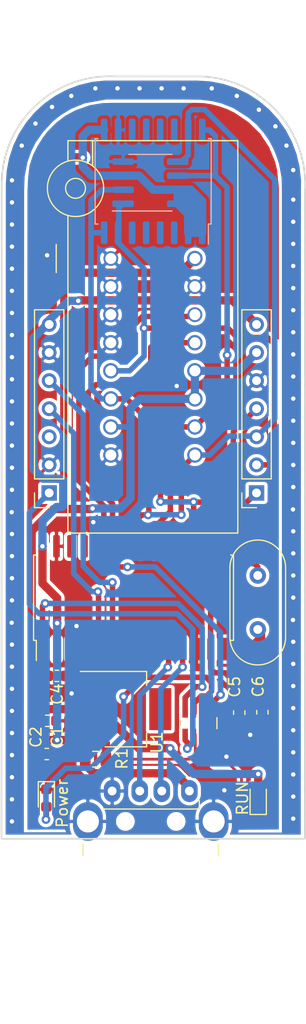
<source format=kicad_pcb>
(kicad_pcb (version 20171130) (host pcbnew 5.1.6)
  (layers (0 F.Cu signal) (31 B.Cu signal) (34 B.Paste user) (35 F.Paste user) (36 B.SilkS user) (37 F.SilkS user) (38 B.Mask user) (39 F.Mask user) (44 Edge.Cuts user))
  (net 0 "")
  (net 1 Earth)
  (net 2 /3V3)
  (net 3 /5V)
  (net 4 "Net-(C5-Pad1)")
  (net 5 "Net-(C6-Pad1)")
  (net 6 "Net-(D1-Pad2)")
  (net 7 "Net-(D2-Pad1)")
  (net 8 "Net-(J1-Pad2)")
  (net 9 "Net-(J1-Pad3)")
  (net 10 "Net-(J1-Pad1)")
  (net 11 /1)
  (net 12 /3)
  (net 13 /TXD)
  (net 14 /RXD)
  (net 15 /SCL)
  (net 16 /SDA)
  (net 17 /CS)
  (net 18 /MISO)
  (net 19 /CLK)
  (net 20 /MOSI)
  (net 21 "Net-(U2-Pad2)")
  (net 22 "Net-(U2-Pad3)")
  (net 23 "Net-(U2-Pad4)")
  (net 24 "Net-(U2-Pad7)")
  (net 25 "Net-(U2-Pad8)")
  (net 26 "Net-(U2-Pad16)")
  (net 27 "Net-(U2-Pad17)")
  (net 28 "Net-(U2-Pad19)")
  (net 29 "Net-(U2-Pad21)")
  (net 30 "Net-(U2-Pad25)")
  (net 31 "Net-(U2-Pad26)")
  (net 32 "Net-(RN1-Pad4)")
  (net 33 "Net-(U3-Pad3)")
  (net 34 "Net-(U3-Pad4)")
  (net 35 "Net-(U3-Pad5)")
  (net 36 "Net-(U3-Pad6)")
  (net 37 "Net-(U3-Pad11)")
  (net 38 "Net-(U3-Pad12)")
  (net 39 "Net-(U3-Pad13)")
  (net 40 "Net-(U3-Pad14)")
  (net 41 "Net-(C4-Pad1)")
  (module Capacitor_SMD:C_0603_1608Metric (layer F.Cu) (at 96.2152 99.187 180)
    (fp_text reference C4 (at -0.0254 -1.651 90) (layer F.SilkS))
    (fp_text value 472 hide)
    (pad 1 smd roundrect (at -0.7875 0 180) (size 0.875 0.95) (layers F.Cu F.Paste F.Mask) (net 41 "Net-(C4-Pad1)"))
    (pad 2 smd roundrect (at 0.7875 0 180) (size 0.875 0.95) (layers F.Cu F.Paste F.Mask) (net 1 Earth))
  )
  (module Capacitor_SMD:C_0603_1608Metric (layer F.Cu) (at 95.3517 103.251)
    (fp_text reference C2 (at -1.0415 1.4732 90) (layer F.SilkS))
    (fp_text value 104 hide)
    (pad 1 smd roundrect (at -0.7875 0) (size 0.875 0.95) (layers F.Cu F.Paste F.Mask) (net 2 /3V3))
    (pad 2 smd roundrect (at 0.7875 0) (size 0.875 0.95) (layers F.Cu F.Paste F.Mask) (net 1 Earth))
  )
  (module Capacitor_SMD:C_0603_1608Metric (layer F.Cu) (at 95.3007 106.259)
    (fp_text reference C1 (at 0.9399 -1.5856 90) (layer F.SilkS))
    (fp_text value 104 hide)
    (pad 1 smd roundrect (at -0.7875 0) (size 0.875 0.95) (layers F.Cu F.Paste F.Mask) (net 3 /5V))
    (pad 2 smd roundrect (at 0.7875 0) (size 0.875 0.95) (layers F.Cu F.Paste F.Mask) (net 1 Earth))
  )
  (module Capacitor_SMD:C_0603_1608Metric (layer F.Cu) (at 112.74552 102.5145 270)
    (fp_text reference C5 (at -2.3369 0.42672 90) (layer F.SilkS))
    (fp_text value 20p hide)
    (pad 1 smd roundrect (at -0.7875 0 270) (size 0.875 0.95) (layers F.Cu F.Paste F.Mask) (net 4 "Net-(C5-Pad1)"))
    (pad 2 smd roundrect (at 0.7875 0 270) (size 0.875 0.95) (layers F.Cu F.Paste F.Mask) (net 1 Earth))
  )
  (module Capacitor_SMD:C_0603_1608Metric (layer F.Cu) (at 114.8461 102.4744 270)
    (fp_text reference C6 (at -2.3222 0.3937 90) (layer F.SilkS))
    (fp_text value 20p hide)
    (pad 2 smd roundrect (at 0.7875 0 270) (size 0.875 0.95) (layers F.Cu F.Paste F.Mask) (net 1 Earth))
    (pad 1 smd roundrect (at -0.7875 0 270) (size 0.875 0.95) (layers F.Cu F.Paste F.Mask) (net 5 "Net-(C6-Pad1)"))
  )
  (module LED_SMD:LED_0603_1608Metric (layer F.Cu) (at 95.2627 110.24108 270)
    (fp_text reference D1 hide)
    (fp_text value Power (at 0.47752 -1.4351 90) (layer F.SilkS))
    (pad 1 smd roundrect (at -0.7875 0 270) (size 0.875 0.95) (layers F.Cu F.Paste F.Mask) (net 1 Earth))
    (pad 2 smd roundrect (at 0.7875 0 270) (size 0.875 0.95) (layers F.Cu F.Paste F.Mask) (net 6 "Net-(D1-Pad2)"))
  )
  (module LED_SMD:LED_0603_1608Metric (layer F.Cu) (at 114.46256 110.24108 90)
    (fp_text reference D2 hide)
    (fp_text value RUN (at -0.02032 -1.43256 90) (layer F.SilkS))
    (pad 2 smd roundrect (at 0.7875 0 90) (size 0.875 0.95) (layers F.Cu F.Paste F.Mask) (net 2 /3V3))
    (pad 1 smd roundrect (at -0.7875 0 90) (size 0.875 0.95) (layers F.Cu F.Paste F.Mask) (net 7 "Net-(D2-Pad1)"))
  )
  (module Connector_PinSocket_2.54mm:PinSocket_1x07_P2.54mm_Vertical (layer F.Cu) (at 95.5167 82.637 180)
    (fp_text reference J2 hide)
    (fp_text value Conn_01x07 hide)
    (pad 1 thru_hole rect (at 0 0 180) (size 1.4 1.4) (drill 0.8) (layers *.Cu *.Mask) (net 11 /1))
    (pad 2 thru_hole circle (at 0 2.54 180) (size 1.35 1.35) (drill 0.8) (layers *.Cu *.Mask) (net 1 Earth))
    (pad 3 thru_hole circle (at 0 5.08 180) (size 1.35 1.35) (drill 0.8) (layers *.Cu *.Mask) (net 12 /3))
    (pad 4 thru_hole circle (at 0 7.62 180) (size 1.35 1.35) (drill 0.8) (layers *.Cu *.Mask) (net 13 /TXD))
    (pad 5 thru_hole circle (at 0 10.16 180) (size 1.35 1.35) (drill 0.8) (layers *.Cu *.Mask) (net 14 /RXD))
    (pad 6 thru_hole circle (at 0 12.7 180) (size 1.35 1.35) (drill 0.8) (layers *.Cu *.Mask) (net 1 Earth))
    (pad 7 thru_hole circle (at 0 15.24 180) (size 1.35 1.35) (drill 0.8) (layers *.Cu *.Mask) (net 3 /5V))
  )
  (module Socket:DIP_Socket-16_W4.3_W5.08_W7.62_W10.16_W10.9_3M_216-3340-00-0602J (layer F.Cu) (at 101.1047 61.428)
    (fp_text reference J3 hide)
    (fp_text value ZIF-16)
    (pad 9 thru_hole circle (at 7.62 17.78) (size 1.4 1.4) (drill 1) (layers *.Cu *.Mask) (net 20 /MOSI))
    (pad 8 thru_hole circle (at 0 17.78) (size 1.4 1.4) (drill 1) (layers *.Cu *.Mask) (net 1 Earth))
    (pad 10 thru_hole circle (at 7.62 15.24) (size 1.4 1.4) (drill 1) (layers *.Cu *.Mask) (net 19 /CLK))
    (pad 7 thru_hole circle (at 0 15.24) (size 1.4 1.4) (drill 1) (layers *.Cu *.Mask) (net 2 /3V3))
    (pad 11 thru_hole circle (at 7.62 12.7) (size 1.4 1.4) (drill 1) (layers *.Cu *.Mask) (net 2 /3V3))
    (pad 6 thru_hole circle (at 0 12.7) (size 1.4 1.4) (drill 1) (layers *.Cu *.Mask) (net 18 /MISO))
    (pad 12 thru_hole circle (at 7.62 10.16) (size 1.4 1.4) (drill 1) (layers *.Cu *.Mask) (net 2 /3V3))
    (pad 5 thru_hole circle (at 0 10.16) (size 1.4 1.4) (drill 1) (layers *.Cu *.Mask) (net 17 /CS))
    (pad 13 thru_hole circle (at 7.62 7.62) (size 1.4 1.4) (drill 1) (layers *.Cu *.Mask) (net 16 /SDA))
    (pad 4 thru_hole circle (at 0 7.62) (size 1.4 1.4) (drill 1) (layers *.Cu *.Mask) (net 1 Earth))
    (pad 14 thru_hole circle (at 7.62 5.08) (size 1.35 1.35) (drill 1) (layers *.Cu *.Mask) (net 15 /SCL))
    (pad 3 thru_hole circle (at 0 5.08) (size 1.4 1.4) (drill 1) (layers *.Cu *.Mask) (net 1 Earth))
    (pad 15 thru_hole circle (at 7.62 2.54) (size 1.35 1.35) (drill 1) (layers *.Cu *.Mask) (net 1 Earth))
    (pad 2 thru_hole circle (at 0 2.54) (size 1.35 1.35) (drill 1) (layers *.Cu *.Mask) (net 1 Earth))
    (pad 16 thru_hole circle (at 7.62 0) (size 1.4 1.4) (drill 1) (layers *.Cu *.Mask) (net 2 /3V3))
    (pad 1 thru_hole circle (at 0 0) (size 1.35 1.35) (drill 1) (layers *.Cu *.Mask) (net 1 Earth))
  )
  (module Connector_PinSocket_2.54mm:PinSocket_1x07_P2.54mm_Vertical (layer F.Cu) (at 114.3127 82.637 180)
    (fp_text reference J4 hide)
    (fp_text value Conn_01x07 hide)
    (pad 7 thru_hole circle (at 0 15.24 180) (size 1.35 1.35) (drill 0.8) (layers *.Cu *.Mask) (net 3 /5V))
    (pad 6 thru_hole circle (at 0 12.7 180) (size 1.35 1.35) (drill 0.8) (layers *.Cu *.Mask) (net 2 /3V3))
    (pad 5 thru_hole circle (at 0 10.16 180) (size 1.35 1.35) (drill 0.8) (layers *.Cu *.Mask) (net 1 Earth))
    (pad 4 thru_hole circle (at 0 7.62 180) (size 1.35 1.35) (drill 0.8) (layers *.Cu *.Mask) (net 18 /MISO))
    (pad 3 thru_hole circle (at 0 5.08 180) (size 1.35 1.35) (drill 0.8) (layers *.Cu *.Mask) (net 20 /MOSI))
    (pad 2 thru_hole circle (at 0 2.54 180) (size 1.35 1.35) (drill 0.8) (layers *.Cu *.Mask) (net 17 /CS))
    (pad 1 thru_hole rect (at 0 0 180) (size 1.4 1.4) (drill 0.8) (layers *.Cu *.Mask) (net 19 /CLK))
  )
  (module Resistor_SMD:R_0805_2012Metric (layer F.Cu) (at 99.7204 106.7228 180)
    (fp_text reference R1 (at -2.3876 0.0428 90) (layer F.SilkS))
    (fp_text value 0R)
    (pad 1 smd roundrect (at -0.9375 0 180) (size 0.975 1.4) (layers F.Cu F.Paste F.Mask) (net 3 /5V))
    (pad 2 smd roundrect (at 0.9375 0 180) (size 0.975 1.4) (layers F.Cu F.Paste F.Mask) (net 10 "Net-(J1-Pad1)"))
  )
  (module Resistor_SMD:R_Array_Convex_4x0603 (layer F.Cu) (at 109.0422 103.465 270)
    (fp_text reference RN1 hide)
    (fp_text value 222 hide)
    (pad 1 smd rect (at -0.9 -1.2 270) (size 0.8 0.5) (layers F.Cu F.Paste F.Mask) (net 17 /CS))
    (pad 3 smd rect (at -0.9 0.4 270) (size 0.8 0.4) (layers F.Cu F.Paste F.Mask) (net 6 "Net-(D1-Pad2)"))
    (pad 2 smd rect (at -0.9 -0.4 270) (size 0.8 0.4) (layers F.Cu F.Paste F.Mask) (net 16 /SDA))
    (pad 4 smd rect (at -0.9 1.2 270) (size 0.8 0.5) (layers F.Cu F.Paste F.Mask) (net 32 "Net-(RN1-Pad4)"))
    (pad 7 smd rect (at 0.9 -0.4 270) (size 0.8 0.4) (layers F.Cu F.Paste F.Mask) (net 7 "Net-(D2-Pad1)"))
    (pad 8 smd rect (at 0.9 -1.2 270) (size 0.8 0.5) (layers F.Cu F.Paste F.Mask) (net 7 "Net-(D2-Pad1)"))
    (pad 6 smd rect (at 0.9 0.4 270) (size 0.8 0.4) (layers F.Cu F.Paste F.Mask) (net 3 /5V))
    (pad 5 smd rect (at 0.9 1.2 270) (size 0.8 0.5) (layers F.Cu F.Paste F.Mask) (net 11 /1))
  )
  (module Package_TO_SOT_SMD:SOT-223-3_TabPin2 (layer F.Cu) (at 102.4382 102.195)
    (fp_text reference U1 (at 2.8448 3.0118 90) (layer F.SilkS))
    (fp_text value AMS1117-3.3 hide)
    (pad 2 smd rect (at 3.15 0) (size 2 3.8) (layers F.Cu F.Paste F.Mask))
    (pad 2 smd rect (at -3.15 0) (size 2 1.5) (layers F.Cu F.Paste F.Mask) (net 2 /3V3))
    (pad 3 smd rect (at -3.15 2.3) (size 2 1.5) (layers F.Cu F.Paste F.Mask) (net 3 /5V))
    (pad 1 smd rect (at -3.15 -2.3) (size 2 1.5) (layers F.Cu F.Paste F.Mask) (net 1 Earth))
  )
  (module Crystal:Crystal_HC49-U_Vertical (layer F.Cu) (at 114.42468 90.1049 270)
    (fp_text reference Y1 hide)
    (fp_text value 12M hide)
    (pad 1 thru_hole circle (at 0 0 270) (size 1.5 1.5) (drill 0.8) (layers *.Cu *.Mask) (net 4 "Net-(C5-Pad1)"))
    (pad 2 thru_hole circle (at 4.88 0 270) (size 1.5 1.5) (drill 0.8) (layers *.Cu *.Mask) (net 5 "Net-(C6-Pad1)"))
  )
  (module connectors:USB_A_MALE_Generic (layer F.Cu) (at 104.7242 119.253 270)
    (fp_text reference J1 hide)
    (fp_text value USB_A hide)
    (pad 2 thru_hole oval (at -9.65 -1 270) (size 2 1.5) (drill 0.8) (layers *.Cu *.Mask) (net 8 "Net-(J1-Pad2)"))
    (pad 3 thru_hole oval (at -9.65 1 270) (size 2 1.5) (drill 0.8) (layers *.Cu *.Mask) (net 9 "Net-(J1-Pad3)"))
    (pad 1 thru_hole oval (at -9.65 -3.5 270) (size 2 1.5) (drill 0.8) (layers *.Cu *.Mask) (net 10 "Net-(J1-Pad1)"))
    (pad 4 thru_hole oval (at -9.65 3.5 270) (size 2 1.5) (drill 0.8) (layers *.Cu *.Mask) (net 1 Earth))
    (pad 5 thru_hole oval (at -6.9 -5.7 270) (size 3.5 2.7) (drill 2) (layers *.Cu *.Mask) (net 1 Earth))
    (pad 5 thru_hole oval (at -6.9 5.7 270) (size 3.5 2.7) (drill 2) (layers *.Cu *.Mask) (net 1 Earth))
    (pad "" thru_hole circle (at -6.9 -2.3 270) (size 1.1 1.1) (drill 1.1) (layers *.Cu *.Mask))
    (pad "" thru_hole circle (at -6.9 2.3 270) (size 1.1 1.1) (drill 1.1) (layers *.Cu *.Mask))
  )
  (module Package_SO:SOIC-28W_7.5x17.9mm_P1.27mm (layer F.Cu) (at 103.16372 92.11478 90)
    (fp_text reference U2 hide)
    (fp_text value CH341a hide)
    (pad 1 smd roundrect (at -4.65 -8.255 90) (size 2.05 0.6) (layers F.Cu F.Paste F.Mask) (net 32 "Net-(RN1-Pad4)"))
    (pad 2 smd roundrect (at -4.65 -6.985 90) (size 2.05 0.6) (layers F.Cu F.Paste F.Mask) (net 21 "Net-(U2-Pad2)"))
    (pad 3 smd roundrect (at -4.65 -5.715 90) (size 2.05 0.6) (layers F.Cu F.Paste F.Mask) (net 22 "Net-(U2-Pad3)"))
    (pad 4 smd roundrect (at -4.65 -4.445 90) (size 2.05 0.6) (layers F.Cu F.Paste F.Mask) (net 23 "Net-(U2-Pad4)"))
    (pad 5 smd roundrect (at -4.65 -3.175 90) (size 2.05 0.6) (layers F.Cu F.Paste F.Mask) (net 13 /TXD))
    (pad 6 smd roundrect (at -4.65 -1.905 90) (size 2.05 0.6) (layers F.Cu F.Paste F.Mask) (net 14 /RXD))
    (pad 7 smd roundrect (at -4.65 -0.635 90) (size 2.05 0.6) (layers F.Cu F.Paste F.Mask) (net 24 "Net-(U2-Pad7)"))
    (pad 8 smd roundrect (at -4.65 0.635 90) (size 2.05 0.6) (layers F.Cu F.Paste F.Mask) (net 25 "Net-(U2-Pad8)"))
    (pad 9 smd roundrect (at -4.65 1.905 90) (size 2.05 0.6) (layers F.Cu F.Paste F.Mask) (net 41 "Net-(C4-Pad1)"))
    (pad 10 smd roundrect (at -4.65 3.175 90) (size 2.05 0.6) (layers F.Cu F.Paste F.Mask) (net 9 "Net-(J1-Pad3)"))
    (pad 11 smd roundrect (at -4.65 4.445 90) (size 2.05 0.6) (layers F.Cu F.Paste F.Mask) (net 8 "Net-(J1-Pad2)"))
    (pad 12 smd roundrect (at -4.65 5.715 90) (size 2.05 0.6) (layers F.Cu F.Paste F.Mask) (net 1 Earth))
    (pad 13 smd roundrect (at -4.65 6.985 90) (size 2.05 0.6) (layers F.Cu F.Paste F.Mask) (net 4 "Net-(C5-Pad1)"))
    (pad 14 smd roundrect (at -4.65 8.255 90) (size 2.05 0.6) (layers F.Cu F.Paste F.Mask) (net 5 "Net-(C6-Pad1)"))
    (pad 15 smd roundrect (at 4.65 8.255 90) (size 2.05 0.6) (layers F.Cu F.Paste F.Mask) (net 17 /CS))
    (pad 16 smd roundrect (at 4.65 6.985 90) (size 2.05 0.6) (layers F.Cu F.Paste F.Mask) (net 26 "Net-(U2-Pad16)"))
    (pad 17 smd roundrect (at 4.65 5.715 90) (size 2.05 0.6) (layers F.Cu F.Paste F.Mask) (net 27 "Net-(U2-Pad17)"))
    (pad 18 smd roundrect (at 4.65 4.445 90) (size 2.05 0.6) (layers F.Cu F.Paste F.Mask) (net 19 /CLK))
    (pad 19 smd roundrect (at 4.65 3.175 90) (size 2.05 0.6) (layers F.Cu F.Paste F.Mask) (net 28 "Net-(U2-Pad19)"))
    (pad 20 smd roundrect (at 4.65 1.905 90) (size 2.05 0.6) (layers F.Cu F.Paste F.Mask) (net 20 /MOSI))
    (pad 21 smd roundrect (at 4.65 0.635 90) (size 2.05 0.6) (layers F.Cu F.Paste F.Mask) (net 29 "Net-(U2-Pad21)"))
    (pad 22 smd roundrect (at 4.65 -0.635 90) (size 2.05 0.6) (layers F.Cu F.Paste F.Mask) (net 18 /MISO))
    (pad 23 smd roundrect (at 4.65 -1.905 90) (size 2.05 0.6) (layers F.Cu F.Paste F.Mask) (net 16 /SDA))
    (pad 24 smd roundrect (at 4.65 -3.175 90) (size 2.05 0.6) (layers F.Cu F.Paste F.Mask) (net 15 /SCL))
    (pad 25 smd roundrect (at 4.65 -4.445 90) (size 2.05 0.6) (layers F.Cu F.Paste F.Mask) (net 30 "Net-(U2-Pad25)"))
    (pad 26 smd roundrect (at 4.65 -5.715 90) (size 2.05 0.6) (layers F.Cu F.Paste F.Mask) (net 31 "Net-(U2-Pad26)"))
    (pad 27 smd roundrect (at 4.65 -6.985 90) (size 2.05 0.6) (layers F.Cu F.Paste F.Mask) (net 1 Earth))
    (pad 28 smd roundrect (at 4.65 -8.255 90) (size 2.05 0.6) (layers F.Cu F.Paste F.Mask) (net 3 /5V))
  )
  (module Package_SO:SOIC-16W_7.5x10.3mm_P1.27mm (layer B.Cu) (at 104.9401 54.45252 90)
    (fp_text reference U3 hide)
    (fp_text value "SPI FLASH" hide)
    (pad 1 smd roundrect (at -4.65 4.445 90) (size 2.05 0.6) (layers B.Cu B.Paste B.Mask) (net 2 /3V3))
    (pad 2 smd roundrect (at -4.65 3.175 90) (size 2.05 0.6) (layers B.Cu B.Paste B.Mask) (net 2 /3V3))
    (pad 3 smd roundrect (at -4.65 1.905 90) (size 2.05 0.6) (layers B.Cu B.Paste B.Mask) (net 33 "Net-(U3-Pad3)"))
    (pad 4 smd roundrect (at -4.65 0.635 90) (size 2.05 0.6) (layers B.Cu B.Paste B.Mask) (net 34 "Net-(U3-Pad4)"))
    (pad 5 smd roundrect (at -4.65 -0.635 90) (size 2.05 0.6) (layers B.Cu B.Paste B.Mask) (net 35 "Net-(U3-Pad5)"))
    (pad 6 smd roundrect (at -4.65 -1.905 90) (size 2.05 0.6) (layers B.Cu B.Paste B.Mask) (net 36 "Net-(U3-Pad6)"))
    (pad 7 smd roundrect (at -4.65 -3.175 90) (size 2.05 0.6) (layers B.Cu B.Paste B.Mask) (net 17 /CS))
    (pad 8 smd roundrect (at -4.65 -4.445 90) (size 2.05 0.6) (layers B.Cu B.Paste B.Mask) (net 18 /MISO))
    (pad 9 smd roundrect (at 4.65 -4.445 90) (size 2.05 0.6) (layers B.Cu B.Paste B.Mask) (net 2 /3V3))
    (pad 10 smd roundrect (at 4.65 -3.175 90) (size 2.05 0.6) (layers B.Cu B.Paste B.Mask) (net 1 Earth))
    (pad 11 smd roundrect (at 4.65 -1.905 90) (size 2.05 0.6) (layers B.Cu B.Paste B.Mask) (net 37 "Net-(U3-Pad11)"))
    (pad 12 smd roundrect (at 4.65 -0.635 90) (size 2.05 0.6) (layers B.Cu B.Paste B.Mask) (net 38 "Net-(U3-Pad12)"))
    (pad 13 smd roundrect (at 4.65 0.635 90) (size 2.05 0.6) (layers B.Cu B.Paste B.Mask) (net 39 "Net-(U3-Pad13)"))
    (pad 14 smd roundrect (at 4.65 1.905 90) (size 2.05 0.6) (layers B.Cu B.Paste B.Mask) (net 40 "Net-(U3-Pad14)"))
    (pad 15 smd roundrect (at 4.65 3.175 90) (size 2.05 0.6) (layers B.Cu B.Paste B.Mask) (net 20 /MOSI))
    (pad 16 smd roundrect (at 4.65 4.445 90) (size 2.05 0.6) (layers B.Cu B.Paste B.Mask) (net 19 /CLK))
  )
  (module Package_SO:SOIC-8_3.9x4.9mm_P1.27mm (layer B.Cu) (at 104.69372 54.56936)
    (fp_text reference U4 hide)
    (fp_text value "I2C EEPROM" hide)
    (pad 1 smd roundrect (at -2.475 1.905) (size 1.95 0.6) (layers B.Cu B.Paste B.Mask) (net 17 /CS))
    (pad 2 smd roundrect (at -2.475 0.635) (size 1.95 0.6) (layers B.Cu B.Paste B.Mask) (net 18 /MISO))
    (pad 3 smd roundrect (at -2.475 -0.635) (size 1.95 0.6) (layers B.Cu B.Paste B.Mask) (net 2 /3V3))
    (pad 4 smd roundrect (at -2.475 -1.905) (size 1.95 0.6) (layers B.Cu B.Paste B.Mask) (net 1 Earth))
    (pad 5 smd roundrect (at 2.475 -1.905) (size 1.95 0.6) (layers B.Cu B.Paste B.Mask) (net 20 /MOSI))
    (pad 6 smd roundrect (at 2.475 -0.635) (size 1.95 0.6) (layers B.Cu B.Paste B.Mask) (net 19 /CLK))
    (pad 7 smd roundrect (at 2.475 0.635) (size 1.95 0.6) (layers B.Cu B.Paste B.Mask) (net 2 /3V3))
    (pad 8 smd roundrect (at 2.475 1.905) (size 1.95 0.6) (layers B.Cu B.Paste B.Mask) (net 2 /3V3))
  )
  (gr_arc (start 108.9578 54.724678) (end 118.7114 55.229927) (angle -93) (layer Edge.Cuts) (width 0.15))
  (gr_arc (start 100.978078 54.7116) (end 101.483327 44.958) (angle -93) (layer Edge.Cuts) (width 0.15))
  (gr_line (start 108.9578 44.958) (end 101.483327 44.958) (layer Edge.Cuts) (width 0.15))
  (gr_line (start 91.1942 113.919) (end 91.2114 54.7116) (layer Edge.Cuts) (width 0.15))
  (gr_line (start 118.6942 113.919) (end 118.7114 55.229927) (layer Edge.Cuts) (width 0.15))
  (gr_line (start 118.6942 113.919) (end 91.1942 113.919) (layer Edge.Cuts) (width 0.15))
  (via (at 112.5242 46.719) (size 0.8) (drill 0.4) (layers F.Cu B.Cu) (net 1))
  (via (at 114.5242 47.969) (size 0.8) (drill 0.4) (layers F.Cu B.Cu) (net 1))
  (via (at 116.0242 49.469) (size 0.8) (drill 0.4) (layers F.Cu B.Cu) (net 1))
  (via (at 117.0242 51.219) (size 0.8) (drill 0.4) (layers F.Cu B.Cu) (net 1))
  (via (at 97.5242 46.719) (size 0.8) (drill 0.4) (layers F.Cu B.Cu) (net 1))
  (via (at 93.0242 51.219) (size 0.8) (drill 0.4) (layers F.Cu B.Cu) (net 1))
  (via (at 95.7742 47.719) (size 0.8) (drill 0.4) (layers F.Cu B.Cu) (net 1))
  (via (at 94.2742 49.219) (size 0.8) (drill 0.4) (layers F.Cu B.Cu) (net 1))
  (via (at 110.2487 46.0375) (size 0.8) (drill 0.4) (layers F.Cu B.Cu) (net 1))
  (via (at 107.7057 46.0375) (size 0.8) (drill 0.4) (layers F.Cu B.Cu) (net 1))
  (via (at 105.7057 46.0375) (size 0.8) (drill 0.4) (layers F.Cu B.Cu) (net 1))
  (via (at 103.7057 46.0375) (size 0.8) (drill 0.4) (layers F.Cu B.Cu) (net 1))
  (via (at 101.7057 46.0375) (size 0.8) (drill 0.4) (layers F.Cu B.Cu) (net 1))
  (via (at 99.7057 46.0375) (size 0.8) (drill 0.4) (layers F.Cu B.Cu) (net 1))
  (via (at 107.0737 72.9615) (size 0.8) (drill 0.4) (layers F.Cu B.Cu) (net 1))
  (via (at 97.5487 100.7745) (size 0.8) (drill 0.4) (layers F.Cu B.Cu) (net 1))
  (via (at 111.3917 109.5375) (size 0.8) (drill 0.4) (layers F.Cu B.Cu) (net 1))
  (via (at 111.5822 106.4895) (size 0.8) (drill 0.4) (layers F.Cu B.Cu) (net 1))
  (via (at 113.7412 104.521) (size 0.8) (drill 0.4) (layers F.Cu B.Cu) (net 1))
  (via (at 97.9932 94.6785) (size 0.8) (drill 0.4) (layers F.Cu B.Cu) (net 1))
  (via (at 99.5172 85.2805) (size 0.8) (drill 0.4) (layers F.Cu B.Cu) (net 1))
  (via (at 117.638724 92.104476) (size 0.8) (drill 0.4) (layers F.Cu B.Cu) (net 1))
  (via (at 92.138724 104.354476) (size 0.8) (drill 0.4) (layers F.Cu B.Cu) (net 1))
  (via (at 92.138724 96.354476) (size 0.8) (drill 0.4) (layers F.Cu B.Cu) (net 1))
  (via (at 117.638724 110.104476) (size 0.8) (drill 0.4) (layers F.Cu B.Cu) (net 1))
  (segment (start 110.4242 112.918) (end 109.7407 113.6015) (width 0.5) (layer F.Cu) (net 1))
  (via (at 117.638724 112.104476) (size 0.8) (drill 0.4) (layers F.Cu B.Cu) (net 1))
  (via (at 92.138724 64.354476) (size 0.8) (drill 0.4) (layers F.Cu B.Cu) (net 1))
  (via (at 92.138724 68.354476) (size 0.8) (drill 0.4) (layers F.Cu B.Cu) (net 1))
  (via (at 117.638724 68.104476) (size 0.8) (drill 0.4) (layers F.Cu B.Cu) (net 1))
  (via (at 92.138724 92.354476) (size 0.8) (drill 0.4) (layers F.Cu B.Cu) (net 1))
  (via (at 92.138724 60.354476) (size 0.8) (drill 0.4) (layers F.Cu B.Cu) (net 1))
  (via (at 117.638724 104.104476) (size 0.8) (drill 0.4) (layers F.Cu B.Cu) (net 1))
  (via (at 117.6147 94.1285) (size 0.8) (drill 0.4) (layers F.Cu B.Cu) (net 1))
  (via (at 117.638724 100.104476) (size 0.8) (drill 0.4) (layers F.Cu B.Cu) (net 1))
  (via (at 117.638724 86.104476) (size 0.8) (drill 0.4) (layers F.Cu B.Cu) (net 1))
  (via (at 92.138724 66.354476) (size 0.8) (drill 0.4) (layers F.Cu B.Cu) (net 1))
  (via (at 117.638724 66.104476) (size 0.8) (drill 0.4) (layers F.Cu B.Cu) (net 1))
  (via (at 92.138724 98.354476) (size 0.8) (drill 0.4) (layers F.Cu B.Cu) (net 1))
  (via (at 117.638724 62.104476) (size 0.8) (drill 0.4) (layers F.Cu B.Cu) (net 1))
  (via (at 117.638724 78.104476) (size 0.8) (drill 0.4) (layers F.Cu B.Cu) (net 1))
  (via (at 92.138724 106.354476) (size 0.8) (drill 0.4) (layers F.Cu B.Cu) (net 1))
  (via (at 117.638724 70.104476) (size 0.8) (drill 0.4) (layers F.Cu B.Cu) (net 1))
  (via (at 117.638724 82.104476) (size 0.8) (drill 0.4) (layers F.Cu B.Cu) (net 1))
  (via (at 92.138724 100.354476) (size 0.8) (drill 0.4) (layers F.Cu B.Cu) (net 1))
  (via (at 92.138724 112.354476) (size 0.8) (drill 0.4) (layers F.Cu B.Cu) (net 1))
  (via (at 117.638724 90.104476) (size 0.8) (drill 0.4) (layers F.Cu B.Cu) (net 1))
  (via (at 92.1147 84.3785) (size 0.8) (drill 0.4) (layers F.Cu B.Cu) (net 1))
  (via (at 117.638724 108.104476) (size 0.8) (drill 0.4) (layers F.Cu B.Cu) (net 1))
  (via (at 92.138724 62.354476) (size 0.8) (drill 0.4) (layers F.Cu B.Cu) (net 1))
  (via (at 92.138724 74.354476) (size 0.8) (drill 0.4) (layers F.Cu B.Cu) (net 1))
  (via (at 92.138724 86.354476) (size 0.8) (drill 0.4) (layers F.Cu B.Cu) (net 1))
  (via (at 117.6147 84.1285) (size 0.8) (drill 0.4) (layers F.Cu B.Cu) (net 1))
  (via (at 117.638724 64.104476) (size 0.8) (drill 0.4) (layers F.Cu B.Cu) (net 1))
  (via (at 117.638724 80.104476) (size 0.8) (drill 0.4) (layers F.Cu B.Cu) (net 1))
  (via (at 92.138724 110.354476) (size 0.8) (drill 0.4) (layers F.Cu B.Cu) (net 1))
  (via (at 92.138724 88.354476) (size 0.8) (drill 0.4) (layers F.Cu B.Cu) (net 1))
  (segment (start 110.4242 112.353) (end 110.4242 112.918) (width 0.5) (layer F.Cu) (net 1))
  (via (at 92.138724 72.354476) (size 0.8) (drill 0.4) (layers F.Cu B.Cu) (net 1))
  (via (at 92.138724 90.354476) (size 0.8) (drill 0.4) (layers F.Cu B.Cu) (net 1))
  (via (at 92.138724 56.354476) (size 0.8) (drill 0.4) (layers F.Cu B.Cu) (net 1))
  (segment (start 110.4242 112.353) (end 110.4242 112.6975) (width 0.5) (layer F.Cu) (net 1))
  (via (at 92.138724 58.354476) (size 0.8) (drill 0.4) (layers F.Cu B.Cu) (net 1))
  (via (at 92.138724 76.354476) (size 0.8) (drill 0.4) (layers F.Cu B.Cu) (net 1))
  (via (at 92.138724 54.354476) (size 0.8) (drill 0.4) (layers F.Cu B.Cu) (net 1))
  (via (at 92.138724 78.354476) (size 0.8) (drill 0.4) (layers F.Cu B.Cu) (net 1))
  (via (at 92.138724 80.354476) (size 0.8) (drill 0.4) (layers F.Cu B.Cu) (net 1))
  (via (at 117.638724 102.104476) (size 0.8) (drill 0.4) (layers F.Cu B.Cu) (net 1))
  (via (at 92.1147 94.3785) (size 0.8) (drill 0.4) (layers F.Cu B.Cu) (net 1))
  (via (at 92.138724 70.354476) (size 0.8) (drill 0.4) (layers F.Cu B.Cu) (net 1))
  (via (at 117.638724 58.104476) (size 0.8) (drill 0.4) (layers F.Cu B.Cu) (net 1))
  (via (at 117.638724 106.104476) (size 0.8) (drill 0.4) (layers F.Cu B.Cu) (net 1))
  (via (at 117.638724 76.104476) (size 0.8) (drill 0.4) (layers F.Cu B.Cu) (net 1))
  (via (at 117.638724 72.104476) (size 0.8) (drill 0.4) (layers F.Cu B.Cu) (net 1))
  (via (at 117.638724 60.104476) (size 0.8) (drill 0.4) (layers F.Cu B.Cu) (net 1))
  (via (at 117.638724 96.104476) (size 0.8) (drill 0.4) (layers F.Cu B.Cu) (net 1))
  (via (at 117.638724 56.104476) (size 0.8) (drill 0.4) (layers F.Cu B.Cu) (net 1))
  (via (at 117.638724 74.104476) (size 0.8) (drill 0.4) (layers F.Cu B.Cu) (net 1))
  (segment (start 99.0242 112.353) (end 98.9242 112.353) (width 0.5) (layer F.Cu) (net 1))
  (via (at 92.138724 108.354476) (size 0.8) (drill 0.4) (layers F.Cu B.Cu) (net 1))
  (via (at 92.138724 82.354476) (size 0.8) (drill 0.4) (layers F.Cu B.Cu) (net 1))
  (via (at 117.638724 88.104476) (size 0.8) (drill 0.4) (layers F.Cu B.Cu) (net 1))
  (via (at 92.138724 102.354476) (size 0.8) (drill 0.4) (layers F.Cu B.Cu) (net 1))
  (via (at 117.638724 98.104476) (size 0.8) (drill 0.4) (layers F.Cu B.Cu) (net 1))
  (via (at 117.638724 53.427524) (size 0.8) (drill 0.4) (layers F.Cu B.Cu) (net 1))
  (via (at 95.3262 61.1378) (size 0.8) (drill 0.4) (layers F.Cu B.Cu) (net 1))
  (via (at 106.48442 105.7529) (size 0.8) (drill 0.4) (layers F.Cu B.Cu) (net 2))
  (segment (start 108.7247 74.128) (end 108.7247 71.588) (width 0.75) (layer B.Cu) (net 2))
  (segment (start 96.917201 62.717999) (end 96.88386 62.75134) (width 0.75) (layer F.Cu) (net 2))
  (segment (start 108.7247 61.428) (end 107.434701 62.717999) (width 0.75) (layer F.Cu) (net 2))
  (segment (start 107.434701 62.717999) (end 96.917201 62.717999) (width 0.75) (layer F.Cu) (net 2))
  (segment (start 96.88068 84.09432) (end 96.88386 84.09114) (width 0.75) (layer F.Cu) (net 2))
  (segment (start 96.88386 84.09114) (end 96.88386 62.75134) (width 0.75) (layer F.Cu) (net 2))
  (via (at 99.45281 84.04098) (size 0.8) (drill 0.4) (layers F.Cu B.Cu) (net 2))
  (segment (start 101.96322 84.04098) (end 99.45281 84.04098) (width 0.75) (layer B.Cu) (net 2))
  (segment (start 108.7247 74.128) (end 103.73804 74.128) (width 0.75) (layer B.Cu) (net 2))
  (segment (start 102.88778 83.11642) (end 101.96322 84.04098) (width 0.75) (layer B.Cu) (net 2))
  (segment (start 103.73804 74.128) (end 102.88778 74.97826) (width 0.75) (layer B.Cu) (net 2))
  (segment (start 102.79952 76.668) (end 102.88778 76.75626) (width 0.5) (layer B.Cu) (net 2))
  (segment (start 101.1047 76.668) (end 102.79952 76.668) (width 0.5) (layer B.Cu) (net 2))
  (segment (start 102.88778 74.97826) (end 102.88778 76.75626) (width 0.75) (layer B.Cu) (net 2))
  (segment (start 102.88778 76.75626) (end 102.88778 83.11642) (width 0.75) (layer B.Cu) (net 2))
  (segment (start 96.88386 52.81866) (end 97.42932 52.2732) (width 0.75) (layer F.Cu) (net 2))
  (segment (start 96.88386 62.75134) (end 96.88386 52.81866) (width 0.75) (layer F.Cu) (net 2))
  (segment (start 100.4951 49.80252) (end 99.11514 49.80252) (width 0.75) (layer B.Cu) (net 2))
  (segment (start 99.11514 49.80252) (end 98.55962 50.35804) (width 0.75) (layer B.Cu) (net 2))
  (segment (start 99.35972 53.93436) (end 102.21872 53.93436) (width 0.75) (layer B.Cu) (net 2))
  (segment (start 98.55962 53.13426) (end 99.35972 53.93436) (width 0.75) (layer B.Cu) (net 2))
  (segment (start 102.21872 53.93436) (end 103.67264 53.93436) (width 0.75) (layer B.Cu) (net 2))
  (segment (start 104.94264 55.20436) (end 107.16872 55.20436) (width 0.75) (layer B.Cu) (net 2))
  (segment (start 103.67264 53.93436) (end 104.94264 55.20436) (width 0.75) (layer B.Cu) (net 2))
  (segment (start 107.16872 55.20436) (end 108.33608 55.20436) (width 0.75) (layer B.Cu) (net 2))
  (segment (start 109.3851 56.25338) (end 109.3851 59.10252) (width 0.75) (layer B.Cu) (net 2))
  (segment (start 108.33608 55.20436) (end 109.3851 56.25338) (width 0.75) (layer B.Cu) (net 2))
  (segment (start 108.1151 57.42074) (end 107.16872 56.47436) (width 0.75) (layer B.Cu) (net 2))
  (segment (start 108.1151 59.10252) (end 108.1151 57.42074) (width 0.75) (layer B.Cu) (net 2))
  (segment (start 108.79254 59.10252) (end 108.1151 59.10252) (width 0.75) (layer B.Cu) (net 2))
  (segment (start 109.3851 59.10252) (end 108.79254 59.10252) (width 0.75) (layer B.Cu) (net 2))
  (segment (start 107.16872 56.47436) (end 107.16872 55.9704) (width 0.75) (layer B.Cu) (net 2))
  (segment (start 107.16872 55.9704) (end 107.16872 55.20436) (width 0.75) (layer B.Cu) (net 2))
  (segment (start 107.16872 56.47436) (end 108.02366 56.47436) (width 0.75) (layer B.Cu) (net 2))
  (segment (start 108.79254 57.24324) (end 108.79254 57.37426) (width 0.75) (layer B.Cu) (net 2))
  (segment (start 108.02366 56.47436) (end 108.79254 57.24324) (width 0.75) (layer B.Cu) (net 2))
  (segment (start 108.79254 59.10252) (end 108.79254 57.37426) (width 0.75) (layer B.Cu) (net 2))
  (segment (start 107.51162 55.9704) (end 107.16872 55.9704) (width 0.75) (layer B.Cu) (net 2))
  (segment (start 107.82554 55.65648) (end 107.51162 55.9704) (width 0.75) (layer B.Cu) (net 2))
  (segment (start 108.79254 57.37426) (end 108.79254 56.62348) (width 0.75) (layer B.Cu) (net 2))
  (segment (start 108.79254 56.62348) (end 107.82554 55.65648) (width 0.75) (layer B.Cu) (net 2))
  (segment (start 98.52406 52.2732) (end 98.55962 52.30876) (width 0.75) (layer F.Cu) (net 2))
  (via (at 98.55962 52.30876) (size 0.8) (drill 0.4) (layers F.Cu B.Cu) (net 2))
  (segment (start 97.42932 52.2732) (end 98.52406 52.2732) (width 0.75) (layer F.Cu) (net 2))
  (segment (start 98.55962 50.35804) (end 98.55962 52.30876) (width 0.75) (layer B.Cu) (net 2))
  (segment (start 98.55962 52.30876) (end 98.55962 53.13426) (width 0.75) (layer B.Cu) (net 2))
  (via (at 114.462567 108.064293) (size 0.8) (drill 0.4) (layers F.Cu B.Cu) (net 2))
  (segment (start 114.46256 109.45358) (end 114.46256 108.0643) (width 0.75) (layer F.Cu) (net 2))
  (segment (start 114.46256 108.0643) (end 114.462567 108.064293) (width 0.75) (layer F.Cu) (net 2))
  (segment (start 106.48442 105.7529) (end 106.48442 105.918284) (width 0.75) (layer B.Cu) (net 2))
  (segment (start 108.630429 108.064293) (end 114.462567 108.064293) (width 0.75) (layer B.Cu) (net 2))
  (segment (start 106.48442 105.918284) (end 108.630429 108.064293) (width 0.75) (layer B.Cu) (net 2))
  (segment (start 99.2882 102.195) (end 99.773202 102.195) (width 0.75) (layer F.Cu) (net 2))
  (segment (start 99.775102 102.1969) (end 100.0887 102.1969) (width 0.75) (layer F.Cu) (net 2))
  (segment (start 99.773202 102.195) (end 99.775102 102.1969) (width 0.75) (layer F.Cu) (net 2))
  (segment (start 100.0887 102.1969) (end 103.62184 105.73004) (width 0.75) (layer F.Cu) (net 2))
  (segment (start 106.46156 105.73004) (end 106.48442 105.7529) (width 0.75) (layer F.Cu) (net 2))
  (segment (start 103.62184 105.73004) (end 106.46156 105.73004) (width 0.75) (layer F.Cu) (net 2))
  (segment (start 94.5642 102.997) (end 94.5642 103.251) (width 0.75) (layer F.Cu) (net 2))
  (segment (start 99.2882 102.195) (end 95.3662 102.195) (width 0.75) (layer F.Cu) (net 2))
  (segment (start 95.3662 102.195) (end 94.5642 102.997) (width 0.75) (layer F.Cu) (net 2))
  (segment (start 108.7247 71.588) (end 112.6617 71.588) (width 0.75) (layer B.Cu) (net 2))
  (segment (start 112.6617 71.588) (end 114.3127 69.937) (width 0.75) (layer B.Cu) (net 2))
  (segment (start 95.91866 84.09114) (end 99.40265 84.09114) (width 0.75) (layer F.Cu) (net 2))
  (segment (start 99.40265 84.09114) (end 99.45281 84.04098) (width 0.75) (layer F.Cu) (net 2))
  (segment (start 93.9292 86.0806) (end 95.91866 84.09114) (width 0.75) (layer F.Cu) (net 2))
  (segment (start 94.5642 103.251) (end 93.9292 102.616) (width 0.75) (layer F.Cu) (net 2))
  (segment (start 93.9292 102.616) (end 93.9292 86.0806) (width 0.75) (layer F.Cu) (net 2))
  (via (at 96.23806 94.41688) (size 0.8) (drill 0.4) (layers F.Cu B.Cu) (net 3))
  (segment (start 95.326194 104.989006) (end 95.3262 104.989006) (width 0.75) (layer F.Cu) (net 3))
  (segment (start 97.5982 104.495) (end 97.1042 104.989) (width 0.75) (layer F.Cu) (net 3))
  (segment (start 99.2882 104.495) (end 97.5982 104.495) (width 0.75) (layer F.Cu) (net 3))
  (segment (start 95.326206 104.989) (end 95.3262 104.989006) (width 0.75) (layer F.Cu) (net 3))
  (segment (start 94.5132 105.802006) (end 94.5132 106.259) (width 0.75) (layer F.Cu) (net 3))
  (segment (start 95.326206 104.989) (end 94.5132 105.802006) (width 0.75) (layer F.Cu) (net 3))
  (segment (start 96.23806 104.9871) (end 96.23996 104.989) (width 0.75) (layer B.Cu) (net 3))
  (segment (start 97.1042 104.989) (end 96.23996 104.989) (width 0.75) (layer F.Cu) (net 3))
  (via (at 96.23996 104.989) (size 0.8) (drill 0.4) (layers F.Cu B.Cu) (net 3))
  (segment (start 96.23806 94.41688) (end 96.23806 104.9871) (width 0.75) (layer B.Cu) (net 3))
  (segment (start 96.23996 104.989) (end 95.326206 104.989) (width 0.75) (layer F.Cu) (net 3))
  (segment (start 96.23806 94.41688) (end 96.23806 92.14866) (width 0.75) (layer F.Cu) (net 3))
  (segment (start 94.90872 90.81932) (end 94.90872 87.46478) (width 0.75) (layer F.Cu) (net 3))
  (segment (start 96.23806 92.14866) (end 94.90872 90.81932) (width 0.75) (layer F.Cu) (net 3))
  (via (at 94.90872 87.46478) (size 0.8) (drill 0.4) (layers F.Cu B.Cu) (net 3))
  (segment (start 100.6579 106.7228) (end 100.6579 105.3061) (width 0.75) (layer F.Cu) (net 3))
  (segment (start 99.8468 104.495) (end 99.2882 104.495) (width 0.75) (layer F.Cu) (net 3))
  (segment (start 100.6579 105.3061) (end 99.8468 104.495) (width 0.75) (layer F.Cu) (net 3))
  (segment (start 95.32556 67.397) (end 95.5167 67.397) (width 0.75) (layer B.Cu) (net 3))
  (segment (start 96.676701 83.912001) (end 96.791701 83.797001) (width 0.75) (layer B.Cu) (net 3))
  (segment (start 94.90872 87.46478) (end 94.90872 85.17728) (width 0.75) (layer B.Cu) (net 3))
  (segment (start 94.091699 68.630861) (end 95.32556 67.397) (width 0.75) (layer B.Cu) (net 3))
  (segment (start 96.791701 83.797001) (end 96.791701 81.476999) (width 0.75) (layer B.Cu) (net 3))
  (segment (start 96.173999 83.912001) (end 96.676701 83.912001) (width 0.75) (layer B.Cu) (net 3))
  (segment (start 94.90872 85.17728) (end 96.173999 83.912001) (width 0.75) (layer B.Cu) (net 3))
  (segment (start 96.791701 81.476999) (end 96.676701 81.361999) (width 0.75) (layer B.Cu) (net 3))
  (segment (start 96.676701 81.361999) (end 96.322599 81.361999) (width 0.75) (layer B.Cu) (net 3))
  (segment (start 96.322599 81.361999) (end 96.30918 81.34858) (width 0.75) (layer B.Cu) (net 3))
  (segment (start 94.091699 80.485001) (end 94.091699 68.630861) (width 0.75) (layer B.Cu) (net 3))
  (segment (start 96.30918 81.34858) (end 94.955278 81.34858) (width 0.75) (layer B.Cu) (net 3))
  (segment (start 94.955278 81.34858) (end 94.091699 80.485001) (width 0.75) (layer B.Cu) (net 3))
  (via (at 98.15322 65.25514) (size 0.8) (drill 0.4) (layers F.Cu B.Cu) (net 3))
  (segment (start 98.190359 65.218001) (end 98.15322 65.25514) (width 0.75) (layer F.Cu) (net 3))
  (segment (start 112.133701 65.218001) (end 98.190359 65.218001) (width 0.75) (layer F.Cu) (net 3))
  (segment (start 114.3127 67.397) (end 112.133701 65.218001) (width 0.75) (layer F.Cu) (net 3))
  (segment (start 97.26676 65.25514) (end 98.15322 65.25514) (width 0.75) (layer B.Cu) (net 3))
  (segment (start 95.5167 67.397) (end 95.5167 67.0052) (width 0.75) (layer B.Cu) (net 3))
  (segment (start 95.5167 67.0052) (end 97.26676 65.25514) (width 0.75) (layer B.Cu) (net 3))
  (segment (start 108.253762 106.7228) (end 108.76026 106.216302) (width 0.25) (layer F.Cu) (net 3))
  (segment (start 108.76026 104.48306) (end 108.6422 104.365) (width 0.25) (layer F.Cu) (net 3))
  (segment (start 100.6579 106.7228) (end 108.253762 106.7228) (width 0.25) (layer F.Cu) (net 3))
  (segment (start 108.76026 106.216302) (end 108.76026 104.48306) (width 0.25) (layer F.Cu) (net 3))
  (segment (start 114.42468 90.1049) (end 114.42468 89.32948) (width 0.5) (layer F.Cu) (net 4))
  (segment (start 114.42468 89.32948) (end 114.1222 89.027) (width 0.5) (layer F.Cu) (net 4))
  (segment (start 114.1222 89.027) (end 112.0902 89.027) (width 0.5) (layer F.Cu) (net 4))
  (segment (start 110.14872 90.96848) (end 110.14872 96.76478) (width 0.5) (layer F.Cu) (net 4))
  (segment (start 112.0902 89.027) (end 110.14872 90.96848) (width 0.5) (layer F.Cu) (net 4))
  (segment (start 110.14872 96.76478) (end 110.14872 98.54092) (width 0.5) (layer F.Cu) (net 4))
  (segment (start 110.14872 98.54092) (end 110.5154 98.9076) (width 0.5) (layer F.Cu) (net 4))
  (segment (start 110.5154 98.9076) (end 111.4552 98.9076) (width 0.5) (layer F.Cu) (net 4))
  (segment (start 111.4552 98.9076) (end 112.3442 99.7966) (width 0.5) (layer F.Cu) (net 4))
  (segment (start 112.3442 99.7966) (end 112.35436 99.7966) (width 0.5) (layer F.Cu) (net 4))
  (segment (start 112.74552 100.18776) (end 112.74552 101.727) (width 0.5) (layer F.Cu) (net 4))
  (segment (start 112.35436 99.7966) (end 112.74552 100.18776) (width 0.5) (layer F.Cu) (net 4))
  (segment (start 114.8461 95.40632) (end 114.42468 94.9849) (width 0.5) (layer F.Cu) (net 5))
  (segment (start 111.41872 96.76478) (end 113.49642 96.76478) (width 0.5) (layer F.Cu) (net 5))
  (segment (start 114.42468 95.83652) (end 114.42468 94.9849) (width 0.5) (layer F.Cu) (net 5))
  (segment (start 113.49642 96.76478) (end 114.42468 95.83652) (width 0.5) (layer F.Cu) (net 5))
  (segment (start 114.76642 96.76478) (end 114.8461 96.6851) (width 0.5) (layer F.Cu) (net 5))
  (segment (start 114.8461 101.6869) (end 114.8461 96.6851) (width 0.5) (layer F.Cu) (net 5))
  (segment (start 114.8461 96.6851) (end 114.8461 95.40632) (width 0.5) (layer F.Cu) (net 5))
  (segment (start 114.42468 94.9849) (end 114.42468 96.34452) (width 0.5) (layer F.Cu) (net 5))
  (segment (start 114.23998 96.52922) (end 114.23998 96.76478) (width 0.5) (layer F.Cu) (net 5))
  (segment (start 114.42468 96.34452) (end 114.23998 96.52922) (width 0.5) (layer F.Cu) (net 5))
  (segment (start 113.49642 96.76478) (end 114.23998 96.76478) (width 0.5) (layer F.Cu) (net 5))
  (segment (start 114.23998 96.76478) (end 114.76642 96.76478) (width 0.5) (layer F.Cu) (net 5))
  (via (at 102.2604 101.0666) (size 0.8) (drill 0.4) (layers F.Cu B.Cu) (net 6))
  (segment (start 104.013 99.314) (end 102.2604 101.0666) (width 0.5) (layer F.Cu) (net 6))
  (segment (start 108.6422 101.665) (end 109.293188 101.014012) (width 0.5) (layer F.Cu) (net 6))
  (segment (start 109.293188 101.014012) (end 109.792212 101.014012) (width 0.5) (layer F.Cu) (net 6))
  (segment (start 109.741402 99.314) (end 104.013 99.314) (width 0.5) (layer F.Cu) (net 6))
  (segment (start 109.792212 101.014012) (end 110.234212 100.572012) (width 0.5) (layer F.Cu) (net 6))
  (segment (start 110.234212 99.80681) (end 109.741402 99.314) (width 0.5) (layer F.Cu) (net 6))
  (segment (start 108.6422 102.565) (end 108.6422 101.665) (width 0.5) (layer F.Cu) (net 6))
  (segment (start 110.234212 100.572012) (end 110.234212 99.80681) (width 0.5) (layer F.Cu) (net 6))
  (via (at 95.2246 112.179104) (size 0.8) (drill 0.4) (layers F.Cu B.Cu) (net 6))
  (segment (start 95.2627 112.141004) (end 95.2246 112.179104) (width 0.5) (layer F.Cu) (net 6))
  (segment (start 95.2627 111.303) (end 95.2627 112.141004) (width 0.5) (layer F.Cu) (net 6))
  (segment (start 97.00895 107.53725) (end 95.2246 109.3216) (width 0.5) (layer B.Cu) (net 6))
  (segment (start 95.2246 109.3216) (end 95.2246 112.179104) (width 0.5) (layer B.Cu) (net 6))
  (segment (start 102.2604 104.5718) (end 99.29495 107.53725) (width 0.5) (layer B.Cu) (net 6))
  (segment (start 99.29495 107.53725) (end 97.00895 107.53725) (width 0.5) (layer B.Cu) (net 6))
  (segment (start 102.2604 101.0666) (end 102.2604 104.5718) (width 0.5) (layer B.Cu) (net 6))
  (segment (start 110.2422 104.365) (end 109.4422 104.365) (width 0.25) (layer F.Cu) (net 7))
  (segment (start 114.46256 111.02858) (end 114.11458 111.02858) (width 0.25) (layer F.Cu) (net 7))
  (segment (start 113.46942 111.92764) (end 113.86058 111.92764) (width 0.25) (layer F.Cu) (net 7))
  (segment (start 114.46256 111.32566) (end 114.46256 111.02858) (width 0.25) (layer F.Cu) (net 7))
  (segment (start 113.86058 111.92764) (end 114.46256 111.32566) (width 0.25) (layer F.Cu) (net 7))
  (segment (start 109.4422 106.191) (end 110.5027 107.2515) (width 0.25) (layer F.Cu) (net 7))
  (segment (start 109.4422 104.365) (end 109.4422 106.191) (width 0.25) (layer F.Cu) (net 7))
  (segment (start 112.94872 111.40694) (end 113.46942 111.92764) (width 0.25) (layer F.Cu) (net 7))
  (segment (start 110.5027 107.2515) (end 111.91748 107.2515) (width 0.25) (layer F.Cu) (net 7))
  (segment (start 111.91748 107.2515) (end 112.94872 108.28274) (width 0.25) (layer F.Cu) (net 7))
  (segment (start 112.94872 108.28274) (end 112.94872 111.40694) (width 0.25) (layer F.Cu) (net 7))
  (segment (start 105.634419 109.513219) (end 105.634419 100.362803) (width 0.5) (layer B.Cu) (net 8))
  (via (at 107.60872 98.388502) (size 0.8) (drill 0.4) (layers F.Cu B.Cu) (net 8))
  (segment (start 105.7242 109.603) (end 105.634419 109.513219) (width 0.5) (layer B.Cu) (net 8))
  (segment (start 105.634419 100.362803) (end 107.60872 98.388502) (width 0.5) (layer B.Cu) (net 8))
  (segment (start 107.60872 96.76478) (end 107.60872 98.388502) (width 0.5) (layer F.Cu) (net 8))
  (via (at 106.266595 98.401033) (size 0.8) (drill 0.4) (layers F.Cu B.Cu) (net 9))
  (segment (start 103.7242 109.603) (end 103.7242 100.943428) (width 0.5) (layer B.Cu) (net 9))
  (segment (start 106.33872 96.76478) (end 106.33872 98.328908) (width 0.5) (layer F.Cu) (net 9))
  (segment (start 106.33872 98.328908) (end 106.266595 98.401033) (width 0.5) (layer F.Cu) (net 9))
  (segment (start 103.7242 100.943428) (end 106.266595 98.401033) (width 0.5) (layer B.Cu) (net 9))
  (segment (start 98.6282 106.799) (end 98.6282 106.529) (width 0.75) (layer F.Cu) (net 10))
  (segment (start 108.2242 109.079) (end 108.2242 109.037) (width 0.75) (layer F.Cu) (net 10))
  (segment (start 108.2242 109.603) (end 108.2242 109.291) (width 0.75) (layer F.Cu) (net 10))
  (segment (start 106.93101 107.99781) (end 99.56501 107.99781) (width 0.75) (layer F.Cu) (net 10))
  (segment (start 108.2242 109.291) (end 106.93101 107.99781) (width 0.75) (layer F.Cu) (net 10))
  (segment (start 98.7829 107.2157) (end 98.7829 106.7228) (width 0.75) (layer F.Cu) (net 10))
  (segment (start 99.56501 107.99781) (end 98.7829 107.2157) (width 0.75) (layer F.Cu) (net 10))
  (via (at 108.03525 105.7656) (size 0.8) (drill 0.4) (layers F.Cu B.Cu) (net 11))
  (segment (start 107.130479 93.566879) (end 108.5342 94.9706) (width 0.5) (layer B.Cu) (net 11))
  (segment (start 93.72821 84.42549) (end 93.72821 92.68681) (width 0.5) (layer B.Cu) (net 11))
  (segment (start 108.5342 94.9706) (end 108.5342 105.26665) (width 0.5) (layer B.Cu) (net 11))
  (segment (start 108.5342 105.26665) (end 108.03525 105.7656) (width 0.5) (layer B.Cu) (net 11))
  (segment (start 93.72821 92.68681) (end 94.608279 93.566879) (width 0.5) (layer B.Cu) (net 11))
  (segment (start 94.608279 93.566879) (end 107.130479 93.566879) (width 0.5) (layer B.Cu) (net 11))
  (segment (start 95.5167 82.637) (end 93.72821 84.42549) (width 0.5) (layer B.Cu) (net 11))
  (segment (start 108.03525 105.19807) (end 108.03525 105.7656) (width 0.5) (layer F.Cu) (net 11))
  (segment (start 107.8422 104.365) (end 107.8422 105.00502) (width 0.5) (layer F.Cu) (net 11))
  (segment (start 107.8422 105.00502) (end 108.03525 105.19807) (width 0.5) (layer F.Cu) (net 11))
  (segment (start 97.74428 77.24458) (end 97.74428 89.939355) (width 0.5) (layer B.Cu) (net 13))
  (segment (start 97.74428 89.939355) (end 99.37298 91.568055) (width 0.5) (layer B.Cu) (net 13))
  (segment (start 99.98872 96.76478) (end 99.98872 91.61811) (width 0.5) (layer F.Cu) (net 13))
  (segment (start 99.98872 91.61811) (end 99.938665 91.568055) (width 0.5) (layer F.Cu) (net 13))
  (via (at 99.938665 91.568055) (size 0.8) (drill 0.4) (layers F.Cu B.Cu) (net 13))
  (segment (start 99.37298 91.568055) (end 99.938665 91.568055) (width 0.5) (layer B.Cu) (net 13))
  (segment (start 95.5167 75.017) (end 97.74428 77.24458) (width 0.5) (layer B.Cu) (net 13))
  (via (at 101.2444 90.7288) (size 0.8) (drill 0.4) (layers F.Cu B.Cu) (net 14))
  (segment (start 101.25872 96.76478) (end 101.25872 90.74312) (width 0.5) (layer F.Cu) (net 14))
  (segment (start 101.25872 90.74312) (end 101.2444 90.7288) (width 0.5) (layer F.Cu) (net 14))
  (segment (start 101.2444 90.7288) (end 100.07346 90.7288) (width 0.5) (layer B.Cu) (net 14))
  (segment (start 96.191699 73.151999) (end 95.5167 72.477) (width 0.5) (layer B.Cu) (net 14))
  (segment (start 98.6028 89.25814) (end 98.6028 75.5631) (width 0.5) (layer B.Cu) (net 14))
  (segment (start 100.07346 90.7288) (end 98.6028 89.25814) (width 0.5) (layer B.Cu) (net 14))
  (segment (start 98.6028 75.5631) (end 96.191699 73.151999) (width 0.5) (layer B.Cu) (net 14))
  (segment (start 99.98872 86.20598) (end 99.98872 87.46478) (width 0.5) (layer F.Cu) (net 15))
  (segment (start 103.19004 67.45732) (end 103.19004 69.43598) (width 0.5) (layer F.Cu) (net 15))
  (segment (start 108.7247 66.508) (end 108.5577 66.675) (width 0.5) (layer F.Cu) (net 15))
  (segment (start 103.19004 69.43598) (end 102.362 70.26402) (width 0.5) (layer F.Cu) (net 15))
  (segment (start 102.362 70.26402) (end 99.4537 70.26402) (width 0.5) (layer F.Cu) (net 15))
  (segment (start 103.97236 66.675) (end 103.19004 67.45732) (width 0.5) (layer F.Cu) (net 15))
  (segment (start 100.4697 83.799866) (end 100.4697 85.725) (width 0.5) (layer F.Cu) (net 15))
  (segment (start 108.5577 66.675) (end 103.97236 66.675) (width 0.5) (layer F.Cu) (net 15))
  (segment (start 100.4697 85.725) (end 99.98872 86.20598) (width 0.5) (layer F.Cu) (net 15))
  (segment (start 98.21418 71.50354) (end 98.21418 81.544346) (width 0.5) (layer F.Cu) (net 15))
  (segment (start 99.4537 70.26402) (end 98.21418 71.50354) (width 0.5) (layer F.Cu) (net 15))
  (segment (start 98.21418 81.544346) (end 100.4697 83.799866) (width 0.5) (layer F.Cu) (net 15))
  (via (at 111.048804 100.888802) (size 0.8) (drill 0.4) (layers F.Cu B.Cu) (net 16))
  (segment (start 110.223584 101.714022) (end 111.048804 100.888802) (width 0.5) (layer F.Cu) (net 16))
  (segment (start 109.4422 102.565) (end 109.4422 101.904998) (width 0.5) (layer F.Cu) (net 16))
  (segment (start 109.633176 101.714022) (end 110.223584 101.714022) (width 0.5) (layer F.Cu) (net 16))
  (segment (start 109.4422 101.904998) (end 109.633176 101.714022) (width 0.5) (layer F.Cu) (net 16))
  (segment (start 111.048804 100.888802) (end 111.048804 95.250004) (width 0.5) (layer B.Cu) (net 16))
  (segment (start 111.048804 95.250004) (end 105.1306 89.3318) (width 0.5) (layer B.Cu) (net 16))
  (via (at 102.616 89.3318) (size 0.8) (drill 0.4) (layers F.Cu B.Cu) (net 16))
  (segment (start 105.1306 89.3318) (end 102.616 89.3318) (width 0.5) (layer B.Cu) (net 16))
  (segment (start 101.25872 88.76192) (end 101.25872 87.46478) (width 0.5) (layer F.Cu) (net 16))
  (segment (start 102.616 89.3318) (end 101.8286 89.3318) (width 0.5) (layer F.Cu) (net 16))
  (segment (start 101.8286 89.3318) (end 101.25872 88.76192) (width 0.5) (layer F.Cu) (net 16))
  (segment (start 101.25872 83.598921) (end 101.25872 87.46478) (width 0.5) (layer F.Cu) (net 16))
  (segment (start 99.05492 73.55586) (end 99.05492 81.395121) (width 0.5) (layer F.Cu) (net 16))
  (segment (start 99.76866 72.84212) (end 99.05492 73.55586) (width 0.5) (layer F.Cu) (net 16))
  (segment (start 108.7247 69.048) (end 105.1452 69.048) (width 0.5) (layer F.Cu) (net 16))
  (segment (start 99.05492 81.395121) (end 101.25872 83.598921) (width 0.5) (layer F.Cu) (net 16))
  (segment (start 104.7242 71.247) (end 103.12908 72.84212) (width 0.5) (layer F.Cu) (net 16))
  (segment (start 105.1452 69.048) (end 104.7242 69.469) (width 0.5) (layer F.Cu) (net 16))
  (segment (start 104.7242 69.469) (end 104.7242 71.247) (width 0.5) (layer F.Cu) (net 16))
  (segment (start 103.12908 72.84212) (end 99.76866 72.84212) (width 0.5) (layer F.Cu) (net 16))
  (via (at 104.120011 67.729431) (size 0.8) (drill 0.4) (layers F.Cu B.Cu) (net 17))
  (segment (start 104.120011 67.729431) (end 104.120011 70.278929) (width 0.5) (layer B.Cu) (net 17))
  (segment (start 102.81094 71.588) (end 101.1047 71.588) (width 0.5) (layer B.Cu) (net 17))
  (segment (start 104.120011 70.278929) (end 102.81094 71.588) (width 0.5) (layer B.Cu) (net 17))
  (segment (start 102.21872 56.47436) (end 101.82098 56.8721) (width 0.5) (layer B.Cu) (net 17))
  (segment (start 101.82098 59.04664) (end 101.7651 59.10252) (width 0.5) (layer B.Cu) (net 17))
  (segment (start 101.82098 56.8721) (end 101.82098 59.04664) (width 0.5) (layer B.Cu) (net 17))
  (segment (start 101.7651 59.10252) (end 101.7651 59.9948) (width 0.5) (layer B.Cu) (net 17))
  (segment (start 104.120011 62.349711) (end 104.120011 67.729431) (width 0.5) (layer B.Cu) (net 17))
  (segment (start 101.7651 59.9948) (end 104.120011 62.349711) (width 0.5) (layer B.Cu) (net 17))
  (segment (start 114.3127 80.097) (end 115.90338 80.097) (width 0.5) (layer F.Cu) (net 17))
  (segment (start 115.90528 80.0989) (end 115.90528 69.16928) (width 0.5) (layer F.Cu) (net 17))
  (segment (start 115.90782 80.10144) (end 115.90528 80.0989) (width 0.5) (layer F.Cu) (net 17))
  (segment (start 115.90528 69.16928) (end 115.31346 68.57746) (width 0.5) (layer F.Cu) (net 17))
  (segment (start 115.31346 68.57746) (end 112.56518 68.57746) (width 0.5) (layer F.Cu) (net 17))
  (segment (start 111.717151 67.729431) (end 104.120011 67.729431) (width 0.5) (layer F.Cu) (net 17))
  (segment (start 112.56518 68.57746) (end 111.717151 67.729431) (width 0.5) (layer F.Cu) (net 17))
  (segment (start 115.9129 79.66456) (end 115.90782 79.65948) (width 0.5) (layer F.Cu) (net 17))
  (segment (start 115.9129 85.09541) (end 115.9129 79.66456) (width 0.5) (layer F.Cu) (net 17))
  (segment (start 112.7379 84.84362) (end 115.84178 84.84362) (width 0.5) (layer F.Cu) (net 17))
  (segment (start 115.9129 84.91474) (end 115.9129 85.09541) (width 0.5) (layer F.Cu) (net 17))
  (segment (start 111.41872 87.46478) (end 111.41872 86.1628) (width 0.5) (layer F.Cu) (net 17))
  (segment (start 115.84178 84.84362) (end 115.9129 84.91474) (width 0.5) (layer F.Cu) (net 17))
  (segment (start 111.41872 86.1628) (end 112.7379 84.84362) (width 0.5) (layer F.Cu) (net 17))
  (segment (start 111.01812 102.565) (end 110.2422 102.565) (width 0.5) (layer F.Cu) (net 17))
  (segment (start 115.9129 104.648) (end 115.08232 105.47858) (width 0.5) (layer F.Cu) (net 17))
  (segment (start 115.08232 105.47858) (end 111.5314 105.47858) (width 0.5) (layer F.Cu) (net 17))
  (segment (start 111.14786 102.69474) (end 111.01812 102.565) (width 0.5) (layer F.Cu) (net 17))
  (segment (start 115.9129 85.09541) (end 115.9129 104.648) (width 0.5) (layer F.Cu) (net 17))
  (segment (start 111.5314 105.47858) (end 111.14786 105.09504) (width 0.5) (layer F.Cu) (net 17))
  (segment (start 111.14786 105.09504) (end 111.14786 102.69474) (width 0.5) (layer F.Cu) (net 17))
  (via (at 107.4928 84.60994) (size 0.8) (drill 0.4) (layers F.Cu B.Cu) (net 18))
  (segment (start 107.4928 82.2833) (end 107.4928 84.60994) (width 0.5) (layer F.Cu) (net 18))
  (segment (start 112.20704 77.12266) (end 112.20704 80.30718) (width 0.5) (layer F.Cu) (net 18))
  (segment (start 114.3127 75.017) (end 112.20704 77.12266) (width 0.5) (layer F.Cu) (net 18))
  (segment (start 112.20704 80.30718) (end 111.22406 81.29016) (width 0.5) (layer F.Cu) (net 18))
  (segment (start 111.22406 81.29016) (end 108.48594 81.29016) (width 0.5) (layer F.Cu) (net 18))
  (segment (start 108.48594 81.29016) (end 107.4928 82.2833) (width 0.5) (layer F.Cu) (net 18))
  (via (at 104.4829 84.62518) (size 0.8) (drill 0.4) (layers F.Cu B.Cu) (net 18))
  (segment (start 102.52872 86.013675) (end 103.917215 84.62518) (width 0.5) (layer F.Cu) (net 18))
  (segment (start 104.49814 84.60994) (end 104.4829 84.62518) (width 0.5) (layer B.Cu) (net 18))
  (segment (start 103.917215 84.62518) (end 104.4829 84.62518) (width 0.5) (layer F.Cu) (net 18))
  (segment (start 107.4928 84.60994) (end 104.49814 84.60994) (width 0.5) (layer B.Cu) (net 18))
  (segment (start 102.52872 87.46478) (end 102.52872 86.013675) (width 0.5) (layer F.Cu) (net 18))
  (segment (start 104.55148 84.5566) (end 104.4829 84.62518) (width 0.5) (layer F.Cu) (net 18))
  (segment (start 104.55148 76.12126) (end 104.55148 84.5566) (width 0.5) (layer F.Cu) (net 18))
  (segment (start 101.1047 74.128) (end 102.55822 74.128) (width 0.5) (layer F.Cu) (net 18))
  (segment (start 102.55822 74.128) (end 104.55148 76.12126) (width 0.5) (layer F.Cu) (net 18))
  (segment (start 102.21872 55.20436) (end 100.28174 55.20436) (width 0.5) (layer B.Cu) (net 18))
  (segment (start 100.28174 55.20436) (end 99.30892 56.17718) (width 0.5) (layer B.Cu) (net 18))
  (segment (start 100.25444 74.128) (end 101.1047 74.128) (width 0.5) (layer B.Cu) (net 18))
  (segment (start 99.30892 73.18248) (end 100.25444 74.128) (width 0.5) (layer B.Cu) (net 18))
  (segment (start 99.47328 59.10252) (end 99.30892 58.93816) (width 0.5) (layer B.Cu) (net 18))
  (segment (start 100.4951 59.10252) (end 99.47328 59.10252) (width 0.5) (layer B.Cu) (net 18))
  (segment (start 99.30892 56.17718) (end 99.30892 58.93816) (width 0.5) (layer B.Cu) (net 18))
  (segment (start 99.30892 58.93816) (end 99.30892 73.18248) (width 0.5) (layer B.Cu) (net 18))
  (segment (start 114.3127 82.637) (end 114.26126 82.637) (width 0.5) (layer F.Cu) (net 19))
  (segment (start 114.26126 82.637) (end 113.42878 83.46948) (width 0.5) (layer F.Cu) (net 19))
  (segment (start 113.42878 83.46948) (end 108.63326 83.46948) (width 0.5) (layer F.Cu) (net 19))
  (via (at 108.6104 83.44662) (size 0.8) (drill 0.4) (layers F.Cu B.Cu) (net 19))
  (segment (start 108.63326 83.46948) (end 108.6104 83.44662) (width 0.5) (layer F.Cu) (net 19))
  (segment (start 105.628438 83.44662) (end 105.60558 83.423762) (width 0.5) (layer B.Cu) (net 19))
  (via (at 105.60558 83.423762) (size 0.8) (drill 0.4) (layers F.Cu B.Cu) (net 19))
  (segment (start 108.6104 83.44662) (end 105.628438 83.44662) (width 0.5) (layer B.Cu) (net 19))
  (segment (start 106.39742 76.668) (end 108.7247 76.668) (width 0.5) (layer F.Cu) (net 19))
  (segment (start 105.60558 83.423762) (end 105.60558 77.45984) (width 0.5) (layer F.Cu) (net 19))
  (segment (start 105.60558 77.45984) (end 106.39742 76.668) (width 0.5) (layer F.Cu) (net 19))
  (segment (start 108.6104 83.44662) (end 108.6104 84.75726) (width 0.5) (layer F.Cu) (net 19))
  (segment (start 107.60872 85.75894) (end 107.60872 87.46478) (width 0.5) (layer F.Cu) (net 19))
  (segment (start 108.6104 84.75726) (end 107.60872 85.75894) (width 0.5) (layer F.Cu) (net 19))
  (segment (start 109.3851 49.80252) (end 110.04878 49.80252) (width 0.5) (layer B.Cu) (net 19))
  (segment (start 110.04878 49.80252) (end 110.58398 50.33772) (width 0.5) (layer B.Cu) (net 19))
  (segment (start 110.58398 50.33772) (end 110.58398 53.9242) (width 0.5) (layer B.Cu) (net 19))
  (segment (start 110.57382 53.93436) (end 107.16872 53.93436) (width 0.5) (layer B.Cu) (net 19))
  (segment (start 110.58398 53.9242) (end 110.57382 53.93436) (width 0.5) (layer B.Cu) (net 19))
  (segment (start 111.64824 55.00878) (end 111.64824 70.16496) (width 0.5) (layer B.Cu) (net 19))
  (segment (start 110.57382 53.93436) (end 111.64824 55.00878) (width 0.5) (layer B.Cu) (net 19))
  (via (at 111.64824 70.16496) (size 0.8) (drill 0.4) (layers F.Cu B.Cu) (net 19))
  (segment (start 111.64824 73.74446) (end 111.64824 70.16496) (width 0.5) (layer F.Cu) (net 19))
  (segment (start 108.7247 76.668) (end 111.64824 73.74446) (width 0.5) (layer F.Cu) (net 19))
  (segment (start 106.501301 81.431399) (end 108.7247 79.208) (width 0.5) (layer F.Cu) (net 20))
  (segment (start 106.501301 84.316199) (end 106.501301 81.431399) (width 0.5) (layer F.Cu) (net 20))
  (segment (start 105.06872 87.46478) (end 105.06872 85.74878) (width 0.5) (layer F.Cu) (net 20))
  (segment (start 105.06872 85.74878) (end 106.501301 84.316199) (width 0.5) (layer F.Cu) (net 20))
  (segment (start 108.7247 79.208) (end 110.0474 79.208) (width 0.5) (layer B.Cu) (net 20))
  (segment (start 110.0474 79.208) (end 111.75746 77.49794) (width 0.5) (layer B.Cu) (net 20))
  (segment (start 114.25364 77.49794) (end 114.3127 77.557) (width 0.5) (layer B.Cu) (net 20))
  (segment (start 111.75746 77.49794) (end 114.25364 77.49794) (width 0.5) (layer B.Cu) (net 20))
  (segment (start 108.1151 49.80252) (end 108.1151 52.07762) (width 0.5) (layer B.Cu) (net 20))
  (segment (start 107.52836 52.66436) (end 107.16872 52.66436) (width 0.5) (layer B.Cu) (net 20))
  (segment (start 108.1151 52.07762) (end 107.52836 52.66436) (width 0.5) (layer B.Cu) (net 20))
  (segment (start 108.1151 48.2854) (end 108.1151 49.80252) (width 0.5) (layer B.Cu) (net 20))
  (segment (start 108.44276 47.95774) (end 108.1151 48.2854) (width 0.5) (layer B.Cu) (net 20))
  (segment (start 109.61878 47.95774) (end 108.44276 47.95774) (width 0.5) (layer B.Cu) (net 20))
  (segment (start 115.9637 75.906) (end 115.9637 54.2925) (width 0.5) (layer B.Cu) (net 20))
  (segment (start 115.9637 54.2925) (end 115.5827 53.9115) (width 0.5) (layer B.Cu) (net 20))
  (segment (start 114.3127 77.557) (end 115.9637 75.906) (width 0.5) (layer B.Cu) (net 20))
  (segment (start 115.5827 53.9115) (end 115.57254 53.9115) (width 0.5) (layer B.Cu) (net 20))
  (segment (start 115.57254 53.9115) (end 109.61878 47.95774) (width 0.5) (layer B.Cu) (net 20))
  (via (at 95.1484 92.6338) (size 0.8) (drill 0.4) (layers F.Cu B.Cu) (net 32))
  (segment (start 94.90872 96.76478) (end 94.90872 92.87348) (width 0.5) (layer F.Cu) (net 32))
  (segment (start 94.90872 92.87348) (end 95.1484 92.6338) (width 0.5) (layer F.Cu) (net 32))
  (segment (start 109.38421 94.830647) (end 109.38421 100.16401) (width 0.5) (layer B.Cu) (net 32))
  (segment (start 107.8422 101.140335) (end 108.818525 100.16401) (width 0.5) (layer F.Cu) (net 32))
  (segment (start 107.187363 92.6338) (end 109.38421 94.830647) (width 0.5) (layer B.Cu) (net 32))
  (segment (start 108.818525 100.16401) (end 109.38421 100.16401) (width 0.5) (layer F.Cu) (net 32))
  (segment (start 95.1484 92.6338) (end 107.187363 92.6338) (width 0.5) (layer B.Cu) (net 32))
  (via (at 109.38421 100.16401) (size 0.8) (drill 0.4) (layers F.Cu B.Cu) (net 32))
  (segment (start 107.8422 102.565) (end 107.8422 101.140335) (width 0.5) (layer F.Cu) (net 32))
  (segment (start 97.7901 98.3996) (end 97.0027 99.187) (width 0.5) (layer F.Cu) (net 41))
  (segment (start 104.6861 98.3996) (end 97.7901 98.3996) (width 0.5) (layer F.Cu) (net 41))
  (segment (start 105.06872 96.76478) (end 105.06872 98.01698) (width 0.5) (layer F.Cu) (net 41))
  (segment (start 105.06872 98.01698) (end 104.6861 98.3996) (width 0.5) (layer F.Cu) (net 41))
  (zone (net 1) (net_name Earth) (layer F.Cu) (connect_pads (clearance 0.3)) (min_thickness 0.06) (fill yes (arc_segments 32) (thermal_gap 0.3) (thermal_bridge_width 0.3))
    (polygon (pts (xy 91.1098 53.2892) (xy 92.3544 49.657) (xy 95.1992 46.5836) (xy 97.779205 45.306615) (xy 99.781995 44.863385) (xy 102.28961 44.81703) (xy 109.9058 45.0596) (xy 112.69218 45.56125) (xy 115.19662 47.30115) (xy 117.2718 49.3268) (xy 118.5926 52.8574) (xy 118.66499 61.25972) (xy 118.7958 113.5126) (xy 118.6942 114.1222) (xy 115.5954 113.9698) (xy 91.059 113.9952)))
  )
  (zone (net 0) (net_name "") (layer F.Cu) (connect_pads (clearance 0.3)) (min_thickness 0.29)
    (keepout (tracks allowed) (vias allowed) (copperpour not_allowed))
    (fill (arc_segments 32) (thermal_gap 0.3) (thermal_bridge_width 0.3))
    (polygon (pts (xy 113.65484 108.68914) (xy 115.30076 108.68914) (xy 115.30076 111.8489) (xy 113.68024 111.87684)))
  )
  (zone (net 0) (net_name "") (layer F.Cu) (connect_pads (clearance 0.3)) (min_thickness 0.29)
    (keepout (tracks allowed) (vias allowed) (copperpour not_allowed))
    (fill (arc_segments 32) (thermal_gap 0.3) (thermal_bridge_width 0.3))
    (polygon (pts (xy 107.44454 102.02164) (xy 110.69574 102.03688) (xy 110.66526 104.93756) (xy 107.44454 104.9528)))
  )
  (zone (net 0) (net_name "") (layer F.Cu) (connect_pads (clearance 0.3)) (min_thickness 0.29)
    (keepout (tracks allowed) (vias allowed) (copperpour not_allowed))
    (fill (arc_segments 32) (thermal_gap 0.3) (thermal_bridge_width 0.3))
    (polygon (pts (xy 112.0521 101.03612) (xy 113.5507 101.03612) (xy 113.538 102.997) (xy 112.0394 102.997)))
  )
  (zone (net 0) (net_name "") (layer F.Cu) (connect_pads (clearance 0.3)) (min_thickness 0.29)
    (keepout (tracks allowed) (vias allowed) (copperpour not_allowed))
    (fill (arc_segments 32) (thermal_gap 0.3) (thermal_bridge_width 0.3))
    (polygon (pts (xy 114.0587 100.965) (xy 115.5827 100.965) (xy 115.5827 102.616) (xy 114.0587 102.616)))
  )
  (zone (net 0) (net_name "") (layer F.Cu) (connect_pads (clearance 0.3)) (min_thickness 0.06)
    (keepout (tracks allowed) (vias allowed) (copperpour not_allowed))
    (fill (arc_segments 32) (thermal_gap 0.3) (thermal_bridge_width 0.3))
    (polygon (pts (xy 93.8022 105.537) (xy 95.5802 105.537) (xy 95.5802 106.9975) (xy 93.8022 106.9975)))
  )
  (zone (net 0) (net_name "") (layer F.Cu) (connect_pads (clearance 0.3)) (min_thickness 0.06)
    (keepout (tracks allowed) (vias allowed) (copperpour not_allowed))
    (fill (arc_segments 32) (thermal_gap 0.3) (thermal_bridge_width 0.3))
    (polygon (pts (xy 93.8657 102.5525) (xy 95.5167 102.5525) (xy 95.5167 103.9495) (xy 93.8657 103.9495)))
  )
  (zone (net 0) (net_name "") (layer F.Cu) (connect_pads (clearance 0.3)) (min_thickness 0.06)
    (keepout (tracks allowed) (vias allowed) (copperpour not_allowed))
    (fill (arc_segments 32) (thermal_gap 0.3) (thermal_bridge_width 0.3))
    (polygon (pts (xy 95.9612 98.425) (xy 97.6757 98.425) (xy 97.6757 99.949) (xy 95.9612 99.949)))
  )
  (zone (net 0) (net_name "") (layer F.Cu) (connect_pads (clearance 0.3)) (min_thickness 0.06)
    (keepout (tracks allowed) (vias allowed) (copperpour not_allowed))
    (fill (arc_segments 32) (thermal_gap 0.3) (thermal_bridge_width 0.3))
    (polygon (pts (xy 94.5007 109.9439) (xy 96.0247 109.9439) (xy 96.0374 112.9284) (xy 94.5134 112.9284)))
  )
  (zone (net 0) (net_name "") (layers F&B.Cu) (connect_pads (clearance 0.3)) (min_thickness 0.06)
    (keepout (tracks allowed) (vias allowed) (copperpour not_allowed))
    (fill (arc_segments 32) (thermal_gap 0.3) (thermal_bridge_width 0.3))
    (polygon (pts (xy 112.649 113.3602) (xy 112.6998 113.1062) (xy 116.332 113.0808) (xy 116.332 55.0164) (xy 116.1796 53.4416) (xy 116.0018 52.705) (xy 115.443 51.3334) (xy 114.6302 50.1142) (xy 113.5634 49.0728) (xy 112.3188 48.2346) (xy 111.633 47.9044) (xy 110.9726 47.6758) (xy 110.2106 47.4726) (xy 109.5248 47.371) (xy 108.7628 47.3456) (xy 101.346 47.3456) (xy 100.3427 47.371) (xy 99.1997 47.5615) (xy 97.9297 48.006) (xy 96.9772 48.514) (xy 96.1517 49.149) (xy 95.3897 49.911) (xy 94.9452 50.4825) (xy 94.4372 51.308) (xy 94.0562 52.07) (xy 93.7387 53.0225) (xy 93.6117 54.102) (xy 93.5482 55.3085) (xy 93.5482 113.0935) (xy 96.9391 113.0808) (xy 97.0661 113.3348) (xy 93.218 113.3348) (xy 93.2434 55.2958) (xy 93.2942 53.975) (xy 93.5482 52.705) (xy 93.9038 51.7144) (xy 94.2848 50.9524) (xy 94.9452 50.0126) (xy 95.8596 49.022) (xy 96.5708 48.4632) (xy 97.4852 47.9044) (xy 98.7298 47.3964) (xy 100.6856 47.0408) (xy 107.3404 47.0408) (xy 109.2454 47.0662) (xy 110.2868 47.1932) (xy 111.125 47.3964) (xy 112.2172 47.8282) (xy 113.538 48.6664) (xy 114.3254 49.3268) (xy 114.9858 50.0888) (xy 115.4176 50.6984) (xy 115.8494 51.5112) (xy 116.078 52.07) (xy 116.3574 52.8828) (xy 116.586 54.1528) (xy 116.6114 55.1434) (xy 116.6114 113.3602)))
  )
  (zone (net 1) (net_name Earth) (layer B.Cu) (connect_pads (clearance 0.3)) (min_thickness 0.06) (fill yes (arc_segments 32) (thermal_gap 0.3) (thermal_bridge_width 0.3))
    (polygon (pts (xy 91.1098 53.2892) (xy 92.3544 49.657) (xy 95.1992 46.5836) (xy 97.779205 45.306615) (xy 99.781995 44.863385) (xy 102.28961 44.81703) (xy 109.9058 45.0596) (xy 112.69218 45.56125) (xy 115.19662 47.30115) (xy 117.2718 49.3268) (xy 118.618 52.959) (xy 118.66499 61.25972) (xy 118.7958 113.5126) (xy 118.6942 114.1222) (xy 115.5954 113.9698) (xy 91.059 113.9952)))
  )
  (zone (net 0) (net_name "") (layer B.Cu) (connect_pads (clearance 0.3)) (min_thickness 0.06)
    (keepout (tracks allowed) (vias allowed) (copperpour not_allowed))
    (fill (arc_segments 32) (thermal_gap 0.3) (thermal_bridge_width 0.3))
    (polygon (pts (xy 99.2632 58.1152) (xy 100.0252 55.3974) (xy 103.5558 53.975) (xy 107.7468 55.9308) (xy 107.7722 60.2996) (xy 100.7618 60.325)))
  )
)
</source>
